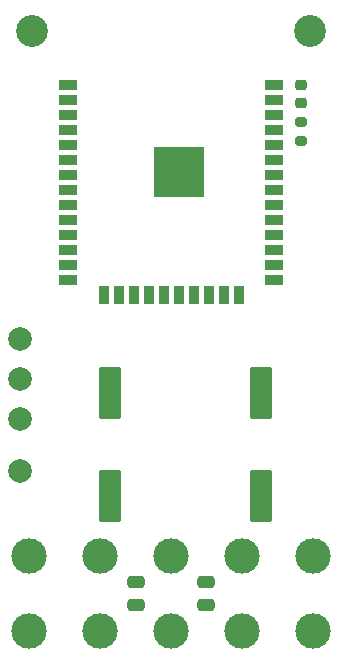
<source format=gbr>
%TF.GenerationSoftware,KiCad,Pcbnew,8.0.8*%
%TF.CreationDate,2025-02-27T22:45:34+01:00*%
%TF.ProjectId,BB_LED_Tube,42425f4c-4544-45f5-9475-62652e6b6963,rev?*%
%TF.SameCoordinates,Original*%
%TF.FileFunction,Soldermask,Bot*%
%TF.FilePolarity,Negative*%
%FSLAX46Y46*%
G04 Gerber Fmt 4.6, Leading zero omitted, Abs format (unit mm)*
G04 Created by KiCad (PCBNEW 8.0.8) date 2025-02-27 22:45:34*
%MOMM*%
%LPD*%
G01*
G04 APERTURE LIST*
G04 Aperture macros list*
%AMRoundRect*
0 Rectangle with rounded corners*
0 $1 Rounding radius*
0 $2 $3 $4 $5 $6 $7 $8 $9 X,Y pos of 4 corners*
0 Add a 4 corners polygon primitive as box body*
4,1,4,$2,$3,$4,$5,$6,$7,$8,$9,$2,$3,0*
0 Add four circle primitives for the rounded corners*
1,1,$1+$1,$2,$3*
1,1,$1+$1,$4,$5*
1,1,$1+$1,$6,$7*
1,1,$1+$1,$8,$9*
0 Add four rect primitives between the rounded corners*
20,1,$1+$1,$2,$3,$4,$5,0*
20,1,$1+$1,$4,$5,$6,$7,0*
20,1,$1+$1,$6,$7,$8,$9,0*
20,1,$1+$1,$8,$9,$2,$3,0*%
G04 Aperture macros list end*
%ADD10C,3.000000*%
%ADD11C,2.000000*%
%ADD12C,2.700000*%
%ADD13RoundRect,0.225000X0.250000X-0.225000X0.250000X0.225000X-0.250000X0.225000X-0.250000X-0.225000X0*%
%ADD14RoundRect,0.250000X-0.475000X0.250000X-0.475000X-0.250000X0.475000X-0.250000X0.475000X0.250000X0*%
%ADD15RoundRect,0.250000X0.700000X-1.950000X0.700000X1.950000X-0.700000X1.950000X-0.700000X-1.950000X0*%
%ADD16R,1.500000X0.900000*%
%ADD17R,0.900000X1.500000*%
%ADD18C,0.600000*%
%ADD19R,4.200000X4.200000*%
%ADD20RoundRect,0.200000X-0.275000X0.200000X-0.275000X-0.200000X0.275000X-0.200000X0.275000X0.200000X0*%
G04 APERTURE END LIST*
D10*
%TO.C,GND4*%
X71600000Y-135915000D03*
%TD*%
D11*
%TO.C,DMX_B1*%
X58800000Y-117915000D03*
%TD*%
D10*
%TO.C,GND5*%
X77600000Y-135915000D03*
%TD*%
%TO.C,GND2*%
X59600000Y-135915000D03*
%TD*%
%TO.C,VCC5*%
X77600000Y-129515000D03*
%TD*%
%TO.C,GND3*%
X65600000Y-135915000D03*
%TD*%
%TO.C,VCC3*%
X65600000Y-129515000D03*
%TD*%
D11*
%TO.C,LED_Data1*%
X58800000Y-122315000D03*
%TD*%
D10*
%TO.C,VCC1*%
X83600000Y-129515000D03*
%TD*%
D11*
%TO.C,GND6*%
X58800000Y-111115000D03*
%TD*%
D12*
%TO.C,H1*%
X59800000Y-85115000D03*
%TD*%
D10*
%TO.C,VCC2*%
X59600000Y-129515000D03*
%TD*%
%TO.C,GND1*%
X83600000Y-135915000D03*
%TD*%
%TO.C,VCC4*%
X71600000Y-129515000D03*
%TD*%
D11*
%TO.C,DMX_A1*%
X58800000Y-114515000D03*
%TD*%
D12*
%TO.C,H2*%
X83400000Y-85115000D03*
%TD*%
D13*
%TO.C,C1*%
X82600000Y-91175000D03*
X82600000Y-89625000D03*
%TD*%
D14*
%TO.C,C10*%
X74600000Y-131765000D03*
X74600000Y-133665000D03*
%TD*%
D15*
%TO.C,C9*%
X79200000Y-124465000D03*
X79200000Y-115765000D03*
%TD*%
D14*
%TO.C,C11*%
X68600000Y-131765000D03*
X68600000Y-133665000D03*
%TD*%
D16*
%TO.C,U1*%
X80350000Y-89665000D03*
X80350000Y-90935000D03*
X80350000Y-92205000D03*
X80350000Y-93475000D03*
X80350000Y-94745000D03*
X80350000Y-96015000D03*
X80350000Y-97285000D03*
X80350000Y-98555000D03*
X80350000Y-99825000D03*
X80350000Y-101095000D03*
X80350000Y-102365000D03*
X80350000Y-103635000D03*
X80350000Y-104905000D03*
X80350000Y-106175000D03*
D17*
X77310000Y-107425000D03*
X76040000Y-107425000D03*
X74770000Y-107425000D03*
X73500000Y-107425000D03*
X72230000Y-107425000D03*
X70960000Y-107425000D03*
X69690000Y-107425000D03*
X68420000Y-107425000D03*
X67150000Y-107425000D03*
X65880000Y-107425000D03*
D16*
X62850000Y-106175000D03*
X62850000Y-104905000D03*
X62850000Y-103635000D03*
X62850000Y-102365000D03*
X62850000Y-101095000D03*
X62850000Y-99825000D03*
X62850000Y-98555000D03*
X62850000Y-97285000D03*
X62850000Y-96015000D03*
X62850000Y-94745000D03*
X62850000Y-93475000D03*
X62850000Y-92205000D03*
X62850000Y-90935000D03*
X62850000Y-89665000D03*
D18*
X73805000Y-97767500D03*
X73805000Y-96242500D03*
X73042500Y-98530000D03*
X73042500Y-97005000D03*
X73042500Y-95480000D03*
X72280000Y-97767500D03*
D19*
X72280000Y-97005000D03*
D18*
X72280000Y-96242500D03*
X71517500Y-98530000D03*
X71517500Y-97005000D03*
X71517500Y-95480000D03*
X70755000Y-97767500D03*
X70755000Y-96242500D03*
%TD*%
D15*
%TO.C,C8*%
X66400000Y-124465000D03*
X66400000Y-115765000D03*
%TD*%
D20*
%TO.C,R1*%
X82600000Y-92775000D03*
X82600000Y-94425000D03*
%TD*%
M02*

</source>
